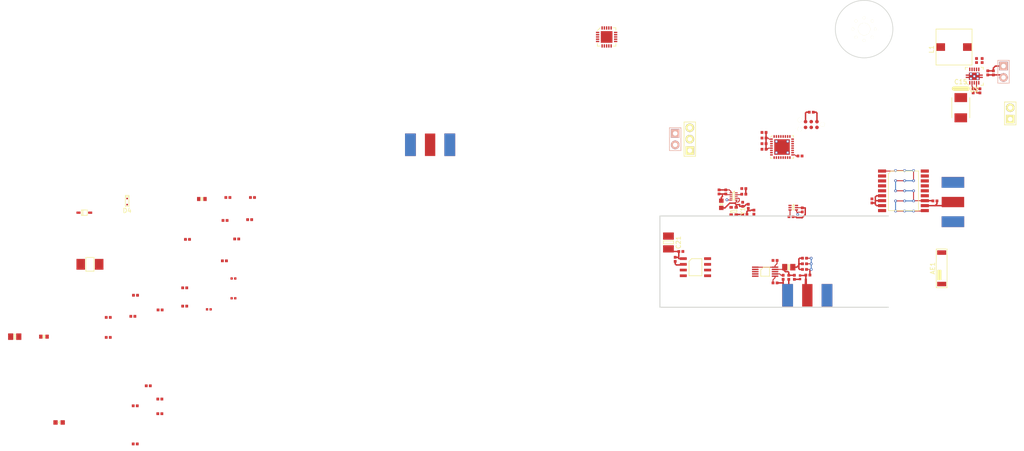
<source format=kicad_pcb>
(kicad_pcb (version 20171130) (host pcbnew 5.0.0-rc2-unknown-0e3be57~65~ubuntu18.04.1)
  (layers (0 F.Cu signal) (31 B.Cu signal) (34 B.Paste user) (35 F.Paste user) (36 B.SilkS user) (37 F.SilkS user) (38 B.Mask user hide) (39 F.Mask user hide) (44 Edge.Cuts user))
  (net 0 "")
  (net 1 "Net-(AE1-Pad1)")
  (net 2 "Net-(AE1-Pad2)")
  (net 3 GND)
  (net 4 3v3)
  (net 5 "Net-(C2-Pad1)")
  (net 6 "Net-(C2-Pad2)")
  (net 7 "Net-(C3-Pad2)")
  (net 8 /NRST)
  (net 9 "Net-(C12-Pad1)")
  (net 10 "Net-(C22-Pad2)")
  (net 11 "Net-(C22-Pad1)")
  (net 12 "Net-(C23-Pad1)")
  (net 13 "Net-(C24-Pad1)")
  (net 14 /radio/RADIO_RXp)
  (net 15 /radio/RADIO_TX)
  (net 16 "Net-(C28-Pad2)")
  (net 17 /radio/RADIO_RXn)
  (net 18 "Net-(C29-Pad2)")
  (net 19 "Net-(C31-Pad1)")
  (net 20 "Net-(C32-Pad2)")
  (net 21 "Net-(C33-Pad1)")
  (net 22 "Net-(C34-Pad2)")
  (net 23 "Net-(C35-Pad1)")
  (net 24 "Net-(C36-Pad1)")
  (net 25 "Net-(D1-Pad2)")
  (net 26 "Net-(IC1-Pad4)")
  (net 27 /MCU_CLK)
  (net 28 "Net-(IC1-Pad9)")
  (net 29 "Net-(IC1-Pad10)")
  (net 30 /RX_GPS_from_MCU)
  (net 31 /TX_GPS_from_MCU)
  (net 32 "Net-(IC2-Pad4)")
  (net 33 "Net-(IC2-Pad5)")
  (net 34 /GPS_~RESET)
  (net 35 "Net-(IC2-Pad13)")
  (net 36 "Net-(IC2-Pad14)")
  (net 37 "Net-(IC2-Pad15)")
  (net 38 "Net-(IC2-Pad16)")
  (net 39 "Net-(IC2-Pad17)")
  (net 40 "Net-(IC2-Pad18)")
  (net 41 /MCU_SHUTDOWN_TO_RADIO)
  (net 42 "Net-(IC3-Pad5)")
  (net 43 "Net-(IC3-Pad7)")
  (net 44 "Net-(IC3-Pad9)")
  (net 45 "Net-(IC3-Pad10)")
  (net 46 /MCU_nIRQ_TO_RADIO)
  (net 47 /MCU_SCK)
  (net 48 /MCU_MISO)
  (net 49 /MCU_MOSI)
  (net 50 /SI4460_NSS)
  (net 51 "Net-(IC3-Pad16)")
  (net 52 /SI4460_CLK)
  (net 53 "Net-(IC3-Pad19)")
  (net 54 "Net-(IC3-Pad20)")
  (net 55 /I2C_SCL)
  (net 56 /I2C_SDA)
  (net 57 /WSPR_ENABLE)
  (net 58 /SOLAR_CELL_VOLTAGE)
  (net 59 "Net-(L1-Pad2)")
  (net 60 /SWDIO)
  (net 61 /SWCLK)
  (net 62 "Net-(P1-Pad6)")
  (net 63 "Net-(R6-Pad1)")
  (net 64 "Net-(R10-Pad2)")
  (net 65 /LOW_BATT)
  (net 66 /DAC_NCS)
  (net 67 /radio/COARSE)
  (net 68 /radio/FINE)
  (net 69 /TMP_ALERT)
  (net 70 "Net-(R17-Pad1)")
  (net 71 /MICRF_EN)
  (net 72 "Net-(U1-Pad3)")
  (net 73 "Net-(U1-Pad16)")
  (net 74 "Net-(U1-Pad21)")
  (net 75 "Net-(U1-Pad22)")
  (net 76 "Net-(U1-Pad25)")
  (net 77 "Net-(U1-Pad26)")
  (net 78 "Net-(U2-Pad3)")
  (net 79 "Net-(U5-Pad5)")
  (net 80 "Net-(Y1-Pad1)")
  (module agg:0402 (layer F.Cu) (at 97.5 75.5 180)
    (fp_text reference D2)
    (fp_text value ESD_DIODE)
    (pad 1 smd rect (at -0.45 0 180) (size 0.62 0.62) (layers F.Cu F.Paste F.Mask) (net 2 "Net-(AE1-Pad2)"))
    (pad 2 smd rect (at 0.45 0 180) (size 0.62 0.62) (layers F.Cu F.Paste F.Mask) (net 3 GND))
  )
  (module Jerboa:1575AT43A0040E (layer F.Cu) (at 99 90.5 270)
    (fp_text reference AE1 (at 0 2 270) (layer F.SilkS))
    (fp_text value Antenna_Chip)
    (pad 1 smd rect (at -3.5 0 270) (size 1 2) (layers F.Cu F.Paste F.Mask) (net 1 "Net-(AE1-Pad1)"))
    (pad 2 smd rect (at 3.5 0 270) (size 1 2) (layers F.Cu F.Paste F.Mask) (net 2 "Net-(AE1-Pad2)"))
  )
  (module agg:0402 (layer F.Cu) (at 54.75 76.25 270)
    (fp_text reference C1)
    (fp_text value 100nF)
    (pad 1 smd rect (at -0.45 0 270) (size 0.62 0.62) (layers F.Cu F.Paste F.Mask) (net 3 GND))
    (pad 2 smd rect (at 0.45 0 270) (size 0.62 0.62) (layers F.Cu F.Paste F.Mask) (net 4 3v3))
  )
  (module agg:0402 (layer F.Cu) (at 55.25 78.5)
    (fp_text reference C2)
    (fp_text value 22nF)
    (pad 1 smd rect (at -0.45 0) (size 0.62 0.62) (layers F.Cu F.Paste F.Mask) (net 5 "Net-(C2-Pad1)"))
    (pad 2 smd rect (at 0.45 0) (size 0.62 0.62) (layers F.Cu F.Paste F.Mask) (net 6 "Net-(C2-Pad2)"))
  )
  (module agg:0402 (layer F.Cu) (at 49.5 73.5 270)
    (fp_text reference C3)
    (fp_text value 10uF)
    (pad 2 smd rect (at 0.45 0 270) (size 0.62 0.62) (layers F.Cu F.Paste F.Mask) (net 7 "Net-(C3-Pad2)"))
    (pad 1 smd rect (at -0.45 0 270) (size 0.62 0.62) (layers F.Cu F.Paste F.Mask) (net 3 GND))
  )
  (module agg:0402 (layer F.Cu) (at 51 73.5 270)
    (fp_text reference C4)
    (fp_text value 100nF)
    (pad 1 smd rect (at -0.45 0 270) (size 0.62 0.62) (layers F.Cu F.Paste F.Mask) (net 3 GND))
    (pad 2 smd rect (at 0.45 0 270) (size 0.62 0.62) (layers F.Cu F.Paste F.Mask) (net 7 "Net-(C3-Pad2)"))
  )
  (module agg:0402 (layer F.Cu) (at 59.5 61.5)
    (fp_text reference C5)
    (fp_text value 10uF)
    (pad 1 smd rect (at -0.45 0) (size 0.62 0.62) (layers F.Cu F.Paste F.Mask) (net 3 GND))
    (pad 2 smd rect (at 0.45 0) (size 0.62 0.62) (layers F.Cu F.Paste F.Mask) (net 4 3v3))
  )
  (module agg:0402 (layer F.Cu) (at 67.5 65.5 180)
    (fp_text reference C6)
    (fp_text value 100nF)
    (pad 1 smd rect (at -0.45 0 180) (size 0.62 0.62) (layers F.Cu F.Paste F.Mask) (net 3 GND))
    (pad 2 smd rect (at 0.45 0 180) (size 0.62 0.62) (layers F.Cu F.Paste F.Mask) (net 4 3v3))
  )
  (module agg:0402 (layer F.Cu) (at 59.5 60.25)
    (fp_text reference C7)
    (fp_text value 1uF)
    (pad 1 smd rect (at -0.45 0) (size 0.62 0.62) (layers F.Cu F.Paste F.Mask) (net 3 GND))
    (pad 2 smd rect (at 0.45 0) (size 0.62 0.62) (layers F.Cu F.Paste F.Mask) (net 4 3v3))
  )
  (module agg:0402 (layer F.Cu) (at 59.5 62.75)
    (fp_text reference C8)
    (fp_text value 100nF)
    (pad 2 smd rect (at 0.45 0) (size 0.62 0.62) (layers F.Cu F.Paste F.Mask) (net 4 3v3))
    (pad 1 smd rect (at -0.45 0) (size 0.62 0.62) (layers F.Cu F.Paste F.Mask) (net 3 GND))
  )
  (module agg:0402 (layer F.Cu) (at 59.5 64)
    (fp_text reference C9)
    (fp_text value 100nF)
    (pad 2 smd rect (at 0.45 0) (size 0.62 0.62) (layers F.Cu F.Paste F.Mask) (net 4 3v3))
    (pad 1 smd rect (at -0.45 0) (size 0.62 0.62) (layers F.Cu F.Paste F.Mask) (net 3 GND))
  )
  (module agg:0402 (layer F.Cu) (at -80.3125 121.104524)
    (fp_text reference C10)
    (fp_text value 100nF)
    (pad 1 smd rect (at -0.45 0) (size 0.62 0.62) (layers F.Cu F.Paste F.Mask) (net 8 /NRST))
    (pad 2 smd rect (at 0.45 0) (size 0.62 0.62) (layers F.Cu F.Paste F.Mask) (net 3 GND))
  )
  (module agg:0402 (layer F.Cu) (at 70 55.75)
    (fp_text reference C11)
    (fp_text value 100nF)
    (pad 2 smd rect (at 0.45 0) (size 0.62 0.62) (layers F.Cu F.Paste F.Mask) (net 4 3v3))
    (pad 1 smd rect (at -0.45 0) (size 0.62 0.62) (layers F.Cu F.Paste F.Mask) (net 3 GND))
  )
  (module agg:0402 (layer F.Cu) (at 110.5 47 270)
    (fp_text reference C12)
    (fp_text value 10uF)
    (pad 1 smd rect (at -0.45 0 270) (size 0.62 0.62) (layers F.Cu F.Paste F.Mask) (net 9 "Net-(C12-Pad1)"))
    (pad 2 smd rect (at 0.45 0 270) (size 0.62 0.62) (layers F.Cu F.Paste F.Mask) (net 3 GND))
  )
  (module agg:0402 (layer F.Cu) (at 109.25 47 270)
    (fp_text reference C13)
    (fp_text value 100nF)
    (pad 2 smd rect (at 0.45 0 270) (size 0.62 0.62) (layers F.Cu F.Paste F.Mask) (net 3 GND))
    (pad 1 smd rect (at -0.45 0 270) (size 0.62 0.62) (layers F.Cu F.Paste F.Mask) (net 9 "Net-(C12-Pad1)"))
  )
  (module agg:0402 (layer F.Cu) (at 106 51 270)
    (fp_text reference C14)
    (fp_text value 2.2uF)
    (pad 1 smd rect (at -0.45 0 270) (size 0.62 0.62) (layers F.Cu F.Paste F.Mask) (net 4 3v3))
    (pad 2 smd rect (at 0.45 0 270) (size 0.62 0.62) (layers F.Cu F.Paste F.Mask) (net 3 GND))
  )
  (module Jerboa:avx_2312 (layer F.Cu) (at 103.25 52.5)
    (fp_text reference C15 (at 0 -3.5) (layer F.SilkS))
    (fp_text value 100uF)
    (pad 2 smd rect (at 0 0) (size 2.8 2) (layers F.Cu F.Paste F.Mask) (net 4 3v3))
    (pad 1 smd rect (at 0 4.5) (size 2.8 2) (layers F.Cu F.Paste F.Mask) (net 3 GND))
  )
  (module agg:0402 (layer F.Cu) (at 83.5 75.5 90)
    (fp_text reference C16)
    (fp_text value 100nF)
    (pad 2 smd rect (at 0.45 0 90) (size 0.62 0.62) (layers F.Cu F.Paste F.Mask) (net 3 GND))
    (pad 1 smd rect (at -0.45 0 90) (size 0.62 0.62) (layers F.Cu F.Paste F.Mask) (net 4 3v3))
  )
  (module agg:0402 (layer F.Cu) (at -54.8725 79.664524)
    (fp_text reference C17)
    (fp_text value 100pF)
    (pad 2 smd rect (at 0.45 0) (size 0.62 0.62) (layers F.Cu F.Paste F.Mask) (net 4 3v3))
    (pad 1 smd rect (at -0.45 0) (size 0.62 0.62) (layers F.Cu F.Paste F.Mask) (net 3 GND))
  )
  (module agg:0402 (layer F.Cu) (at -74.7825 99.764524)
    (fp_text reference C18)
    (fp_text value 100nF)
    (pad 2 smd rect (at 0.45 0) (size 0.62 0.62) (layers F.Cu F.Paste F.Mask) (net 4 3v3))
    (pad 1 smd rect (at -0.45 0) (size 0.62 0.62) (layers F.Cu F.Paste F.Mask) (net 3 GND))
  )
  (module agg:0402 (layer F.Cu) (at -57.7525 83.967381)
    (fp_text reference C19)
    (fp_text value 1uF)
    (pad 2 smd rect (at 0.45 0) (size 0.62 0.62) (layers F.Cu F.Paste F.Mask) (net 4 3v3))
    (pad 1 smd rect (at -0.45 0) (size 0.62 0.62) (layers F.Cu F.Paste F.Mask) (net 3 GND))
  )
  (module agg:0402 (layer F.Cu) (at 41 86.75)
    (fp_text reference C20)
    (fp_text value 100nF)
    (pad 1 smd rect (at -0.45 0) (size 0.62 0.62) (layers F.Cu F.Paste F.Mask) (net 4 3v3))
    (pad 2 smd rect (at 0.45 0) (size 0.62 0.62) (layers F.Cu F.Paste F.Mask) (net 3 GND))
  )
  (module Jerboa:1411 (layer F.Cu) (at 38.25 84.75 90)
    (fp_text reference C21 (at 0 2.225 90) (layer F.SilkS))
    (fp_text value 10uF)
    (pad 1 smd rect (at -1.425 0 90) (size 1.6 2.4) (layers F.Cu F.Paste F.Mask) (net 4 3v3))
    (pad 2 smd rect (at 1.425 0 90) (size 1.6 2.4) (layers F.Cu F.Paste F.Mask) (net 3 GND))
  )
  (module agg:0402 (layer F.Cu) (at -80.8425 101.188334)
    (fp_text reference C22)
    (fp_text value 36pF)
    (pad 2 smd rect (at 0.45 0) (size 0.62 0.62) (layers F.Cu F.Paste F.Mask) (net 10 "Net-(C22-Pad2)"))
    (pad 1 smd rect (at -0.45 0) (size 0.62 0.62) (layers F.Cu F.Paste F.Mask) (net 11 "Net-(C22-Pad1)"))
  )
  (module agg:0402 (layer F.Cu) (at -60.3425 79.848334)
    (fp_text reference C23)
    (fp_text value 12pF)
    (pad 1 smd rect (at -0.45 0) (size 0.62 0.62) (layers F.Cu F.Paste F.Mask) (net 12 "Net-(C23-Pad1)"))
    (pad 2 smd rect (at 0.45 0) (size 0.62 0.62) (layers F.Cu F.Paste F.Mask) (net 10 "Net-(C22-Pad2)"))
  )
  (module agg:0402 (layer F.Cu) (at -68.6925 84.058334)
    (fp_text reference C24)
    (fp_text value 18pF)
    (pad 2 smd rect (at 0.45 0) (size 0.62 0.62) (layers F.Cu F.Paste F.Mask) (net 3 GND))
    (pad 1 smd rect (at -0.45 0) (size 0.62 0.62) (layers F.Cu F.Paste F.Mask) (net 13 "Net-(C24-Pad1)"))
  )
  (module agg:0402 (layer F.Cu) (at 68 77.5 270)
    (fp_text reference C25)
    (fp_text value 10nF)
    (pad 2 smd rect (at 0.45 0 270) (size 0.62 0.62) (layers F.Cu F.Paste F.Mask) (net 3 GND))
    (pad 1 smd rect (at -0.45 0 270) (size 0.62 0.62) (layers F.Cu F.Paste F.Mask) (net 4 3v3))
  )
  (module agg:0402 (layer F.Cu) (at -59.7125 74.736429)
    (fp_text reference C26)
    (fp_text value 3.9pF)
    (pad 2 smd rect (at 0.45 0) (size 0.62 0.62) (layers F.Cu F.Paste F.Mask) (net 3 GND))
    (pad 1 smd rect (at -0.45 0) (size 0.62 0.62) (layers F.Cu F.Paste F.Mask) (net 14 /radio/RADIO_RXp))
  )
  (module agg:0402 (layer F.Cu) (at 61.95 88.75)
    (fp_text reference C27)
    (fp_text value 100nF)
    (pad 2 smd rect (at 0.45 0) (size 0.62 0.62) (layers F.Cu F.Paste F.Mask) (net 4 3v3))
    (pad 1 smd rect (at -0.45 0) (size 0.62 0.62) (layers F.Cu F.Paste F.Mask) (net 3 GND))
  )
  (module agg:0402 (layer F.Cu) (at -86.3125 105.878334)
    (fp_text reference C28)
    (fp_text value 15pF)
    (pad 1 smd rect (at -0.45 0) (size 0.62 0.62) (layers F.Cu F.Paste F.Mask) (net 15 /radio/RADIO_TX))
    (pad 2 smd rect (at 0.45 0) (size 0.62 0.62) (layers F.Cu F.Paste F.Mask) (net 16 "Net-(C28-Pad2)"))
  )
  (module agg:0402 (layer F.Cu) (at -69.3125 94.846429)
    (fp_text reference C29)
    (fp_text value 2.2pF)
    (pad 1 smd rect (at -0.45 0) (size 0.62 0.62) (layers F.Cu F.Paste F.Mask) (net 17 /radio/RADIO_RXn))
    (pad 2 smd rect (at 0.45 0) (size 0.62 0.62) (layers F.Cu F.Paste F.Mask) (net 18 "Net-(C29-Pad2)"))
  )
  (module agg:0402 (layer F.Cu) (at -86.3125 101.426429)
    (fp_text reference C30)
    (fp_text value 8.2pF)
    (pad 1 smd rect (at -0.45 0) (size 0.62 0.62) (layers F.Cu F.Paste F.Mask) (net 18 "Net-(C29-Pad2)"))
    (pad 2 smd rect (at 0.45 0) (size 0.62 0.62) (layers F.Cu F.Paste F.Mask) (net 3 GND))
  )
  (module agg:0402 (layer F.Cu) (at -80.2525 96.498334)
    (fp_text reference C31)
    (fp_text value 15pF)
    (pad 1 smd rect (at -0.45 0) (size 0.62 0.62) (layers F.Cu F.Paste F.Mask) (net 19 "Net-(C31-Pad1)"))
    (pad 2 smd rect (at 0.45 0) (size 0.62 0.62) (layers F.Cu F.Paste F.Mask) (net 3 GND))
  )
  (module agg:0402 (layer F.Cu) (at 65 92.5 90)
    (fp_text reference C32)
    (fp_text value 1.2pF)
    (pad 2 smd rect (at 0.45 0 90) (size 0.62 0.62) (layers F.Cu F.Paste F.Mask) (net 20 "Net-(C32-Pad2)"))
    (pad 1 smd rect (at -0.45 0 90) (size 0.62 0.62) (layers F.Cu F.Paste F.Mask) (net 3 GND))
  )
  (module agg:0402 (layer F.Cu) (at -54.2425 74.736429)
    (fp_text reference C33)
    (fp_text value 6.8pF)
    (pad 2 smd rect (at 0.45 0) (size 0.62 0.62) (layers F.Cu F.Paste F.Mask) (net 3 GND))
    (pad 1 smd rect (at -0.45 0) (size 0.62 0.62) (layers F.Cu F.Paste F.Mask) (net 21 "Net-(C33-Pad1)"))
  )
  (module agg:0402 (layer F.Cu) (at 66.25 92.5 270)
    (fp_text reference C34)
    (fp_text value 2.2pF)
    (pad 2 smd rect (at 0.45 0 270) (size 0.62 0.62) (layers F.Cu F.Paste F.Mask) (net 22 "Net-(C34-Pad2)"))
    (pad 1 smd rect (at -0.45 0 270) (size 0.62 0.62) (layers F.Cu F.Paste F.Mask) (net 20 "Net-(C32-Pad2)"))
  )
  (module agg:0402 (layer F.Cu) (at 68.5 90.75)
    (fp_text reference C35)
    (fp_text value 100nF)
    (pad 1 smd rect (at -0.45 0) (size 0.62 0.62) (layers F.Cu F.Paste F.Mask) (net 23 "Net-(C35-Pad1)"))
    (pad 2 smd rect (at 0.45 0) (size 0.62 0.62) (layers F.Cu F.Paste F.Mask) (net 3 GND))
  )
  (module agg:0402 (layer F.Cu) (at 69.25 92)
    (fp_text reference C36)
    (fp_text value 6.8pF)
    (pad 1 smd rect (at -0.45 0) (size 0.62 0.62) (layers F.Cu F.Paste F.Mask) (net 24 "Net-(C36-Pad1)"))
    (pad 2 smd rect (at 0.45 0) (size 0.62 0.62) (layers F.Cu F.Paste F.Mask) (net 3 GND))
  )
  (module agg:0402 (layer F.Cu) (at 68.5 89.5)
    (fp_text reference C37)
    (fp_text value 100nF)
    (pad 1 smd rect (at -0.45 0) (size 0.62 0.62) (layers F.Cu F.Paste F.Mask) (net 23 "Net-(C35-Pad1)"))
    (pad 2 smd rect (at 0.45 0) (size 0.62 0.62) (layers F.Cu F.Paste F.Mask) (net 3 GND))
  )
  (module agg:0402 (layer F.Cu) (at 68.5 88.25)
    (fp_text reference C38)
    (fp_text value 100nF)
    (pad 1 smd rect (at -0.45 0) (size 0.62 0.62) (layers F.Cu F.Paste F.Mask) (net 23 "Net-(C35-Pad1)"))
    (pad 2 smd rect (at 0.45 0) (size 0.62 0.62) (layers F.Cu F.Paste F.Mask) (net 3 GND))
  )
  (module agg:0603-LED (layer F.Cu) (at -97.2375 124.811667)
    (fp_text reference D1)
    (fp_text value LED_GREEN)
    (pad 1 smd rect (at -0.8 0) (size 0.95 1) (layers F.Cu F.Paste F.Mask) (net 3 GND))
    (pad 2 smd rect (at 0.8 0) (size 0.95 1) (layers F.Cu F.Paste F.Mask) (net 25 "Net-(D1-Pad2)"))
  )
  (module agg:SOD-323 (layer F.Cu) (at -91.6325 78.117381)
    (fp_text reference D3)
    (fp_text value D_Capacitance)
    (pad 1 smd rect (at -1.3 0) (size 0.9 0.5) (layers F.Cu F.Paste F.Mask) (net 11 "Net-(C22-Pad1)"))
    (pad 2 smd rect (at 1.3 0) (size 0.9 0.5) (layers F.Cu F.Paste F.Mask) (net 3 GND))
  )
  (module Jerboa:SC-79 (layer F.Cu) (at -82.112619 75.6475)
    (fp_text reference D4 (at 0 2) (layer F.SilkS))
    (fp_text value D_Capacitance)
    (pad 1 smd rect (at 0 -0.675) (size 0.35 0.35) (layers F.Cu F.Paste F.Mask) (net 12 "Net-(C23-Pad1)"))
    (pad 2 smd rect (at 0 0.675) (size 0.35 0.35) (layers F.Cu F.Paste F.Mask) (net 3 GND))
  )
  (module agg:DFN-10-SL18860DC (layer F.Cu) (at 52.75 74.5)
    (fp_text reference IC1)
    (fp_text value SL18860DC)
    (pad 1 smd rect (at -0.6 -0.8) (size 0.6 0.2) (layers F.Cu F.Paste F.Mask) (net 3 GND))
    (pad 2 smd rect (at -0.6 -0.4) (size 0.6 0.2) (layers F.Cu F.Paste F.Mask) (net 7 "Net-(C3-Pad2)"))
    (pad 3 smd rect (at -0.6 0) (size 0.6 0.2) (layers F.Cu F.Paste F.Mask) (net 6 "Net-(C2-Pad2)"))
    (pad 4 smd rect (at -0.6 0.4) (size 0.6 0.2) (layers F.Cu F.Paste F.Mask) (net 26 "Net-(IC1-Pad4)"))
    (pad 5 smd rect (at -0.6 0.8) (size 0.6 0.2) (layers F.Cu F.Paste F.Mask) (net 3 GND))
    (pad 6 smd rect (at 0.6 0.8) (size 0.6 0.2) (layers F.Cu F.Paste F.Mask) (net 4 3v3))
    (pad 7 smd rect (at 0.6 0.4) (size 0.6 0.2) (layers F.Cu F.Paste F.Mask) (net 4 3v3))
    (pad 8 smd rect (at 0.6 0) (size 0.6 0.2) (layers F.Cu F.Paste F.Mask) (net 27 /MCU_CLK))
    (pad 9 smd rect (at 0.6 -0.4) (size 0.6 0.2) (layers F.Cu F.Paste F.Mask) (net 28 "Net-(IC1-Pad9)"))
    (pad 10 smd rect (at 0.6 -0.8) (size 0.6 0.2) (layers F.Cu F.Paste F.Mask) (net 29 "Net-(IC1-Pad10)"))
  )
  (module agg:MAX-M8Q (layer F.Cu) (at 90.5 73.25)
    (fp_text reference IC2)
    (fp_text value MAX-M8Q)
    (pad 1 smd rect (at -4.75 -4.4) (size 1.8 0.7) (layers F.Cu F.Paste F.Mask) (net 3 GND))
    (pad 2 smd rect (at -4.75 -3.3) (size 1.8 0.7) (layers F.Cu F.Paste F.Mask) (net 30 /RX_GPS_from_MCU))
    (pad 3 smd rect (at -4.75 -2.2) (size 1.8 0.7) (layers F.Cu F.Paste F.Mask) (net 31 /TX_GPS_from_MCU))
    (pad 4 smd rect (at -4.75 -1.1) (size 1.8 0.7) (layers F.Cu F.Paste F.Mask) (net 32 "Net-(IC2-Pad4)"))
    (pad 5 smd rect (at -4.75 0) (size 1.8 0.7) (layers F.Cu F.Paste F.Mask) (net 33 "Net-(IC2-Pad5)"))
    (pad 6 smd rect (at -4.75 1.1) (size 1.8 0.7) (layers F.Cu F.Paste F.Mask) (net 4 3v3))
    (pad 7 smd rect (at -4.75 2.2) (size 1.8 0.7) (layers F.Cu F.Paste F.Mask) (net 4 3v3))
    (pad 8 smd rect (at -4.75 3.3) (size 1.8 0.7) (layers F.Cu F.Paste F.Mask) (net 4 3v3))
    (pad 9 smd rect (at -4.75 4.4) (size 1.8 0.7) (layers F.Cu F.Paste F.Mask) (net 34 /GPS_~RESET))
    (pad 10 smd rect (at 4.75 4.4) (size 1.8 0.7) (layers F.Cu F.Paste F.Mask) (net 3 GND))
    (pad 11 smd rect (at 4.75 3.3) (size 1.8 0.7) (layers F.Cu F.Paste F.Mask) (net 2 "Net-(AE1-Pad2)"))
    (pad 12 smd rect (at 4.75 2.2) (size 1.8 0.7) (layers F.Cu F.Paste F.Mask) (net 3 GND))
    (pad 13 smd rect (at 4.75 1.1) (size 1.8 0.7) (layers F.Cu F.Paste F.Mask) (net 35 "Net-(IC2-Pad13)"))
    (pad 14 smd rect (at 4.75 0) (size 1.8 0.7) (layers F.Cu F.Paste F.Mask) (net 36 "Net-(IC2-Pad14)"))
    (pad 15 smd rect (at 4.75 -1.1) (size 1.8 0.7) (layers F.Cu F.Paste F.Mask) (net 37 "Net-(IC2-Pad15)"))
    (pad 16 smd rect (at 4.75 -2.2) (size 1.8 0.7) (layers F.Cu F.Paste F.Mask) (net 38 "Net-(IC2-Pad16)"))
    (pad 17 smd rect (at 4.75 -3.3) (size 1.8 0.7) (layers F.Cu F.Paste F.Mask) (net 39 "Net-(IC2-Pad17)"))
    (pad 18 smd rect (at 4.75 -4.4) (size 1.8 0.7) (layers F.Cu F.Paste F.Mask) (net 40 "Net-(IC2-Pad18)"))
  )
  (module agg:QFN-20-EP-SI (layer F.Cu) (at 24.5 39)
    (fp_text reference IC3)
    (fp_text value Si4460)
    (pad 1 smd rect (at -2 -1) (size 0.75 0.3) (layers F.Cu F.Paste F.Mask) (net 41 /MCU_SHUTDOWN_TO_RADIO))
    (pad 2 smd rect (at -2 -0.5) (size 0.75 0.3) (layers F.Cu F.Paste F.Mask) (net 14 /radio/RADIO_RXp))
    (pad 3 smd rect (at -2 0) (size 0.75 0.3) (layers F.Cu F.Paste F.Mask) (net 17 /radio/RADIO_RXn))
    (pad 4 smd rect (at -2 0.5) (size 0.75 0.3) (layers F.Cu F.Paste F.Mask) (net 15 /radio/RADIO_TX))
    (pad 5 smd rect (at -2 1) (size 0.75 0.3) (layers F.Cu F.Paste F.Mask) (net 42 "Net-(IC3-Pad5)"))
    (pad 6 smd rect (at -1 2) (size 0.3 0.75) (layers F.Cu F.Paste F.Mask) (net 4 3v3))
    (pad 7 smd rect (at -0.5 2) (size 0.3 0.75) (layers F.Cu F.Paste F.Mask) (net 43 "Net-(IC3-Pad7)"))
    (pad 8 smd rect (at 0 2) (size 0.3 0.75) (layers F.Cu F.Paste F.Mask) (net 4 3v3))
    (pad 9 smd rect (at 0.5 2) (size 0.3 0.75) (layers F.Cu F.Paste F.Mask) (net 44 "Net-(IC3-Pad9)"))
    (pad 10 smd rect (at 1 2) (size 0.3 0.75) (layers F.Cu F.Paste F.Mask) (net 45 "Net-(IC3-Pad10)"))
    (pad 11 smd rect (at 2 1) (size 0.75 0.3) (layers F.Cu F.Paste F.Mask) (net 46 /MCU_nIRQ_TO_RADIO))
    (pad 12 smd rect (at 2 0.5) (size 0.75 0.3) (layers F.Cu F.Paste F.Mask) (net 47 /MCU_SCK))
    (pad 13 smd rect (at 2 0) (size 0.75 0.3) (layers F.Cu F.Paste F.Mask) (net 48 /MCU_MISO))
    (pad 14 smd rect (at 2 -0.5) (size 0.75 0.3) (layers F.Cu F.Paste F.Mask) (net 49 /MCU_MOSI))
    (pad 15 smd rect (at 2 -1) (size 0.75 0.3) (layers F.Cu F.Paste F.Mask) (net 50 /SI4460_NSS))
    (pad 16 smd rect (at 1 -2) (size 0.3 0.75) (layers F.Cu F.Paste F.Mask) (net 51 "Net-(IC3-Pad16)"))
    (pad 17 smd rect (at 0.5 -2) (size 0.3 0.75) (layers F.Cu F.Paste F.Mask) (net 52 /SI4460_CLK))
    (pad 18 smd rect (at 0 -2) (size 0.3 0.75) (layers F.Cu F.Paste F.Mask) (net 3 GND))
    (pad 19 smd rect (at -0.5 -2) (size 0.3 0.75) (layers F.Cu F.Paste F.Mask) (net 53 "Net-(IC3-Pad19)"))
    (pad 20 smd rect (at -1 -2) (size 0.3 0.75) (layers F.Cu F.Paste F.Mask) (net 54 "Net-(IC3-Pad20)"))
    (pad EP smd rect (at 0 0) (size 2.6 2.6) (layers F.Cu F.Mask) (net 3 GND))
  )
  (module agg:SIL-254P-02 (layer F.Cu) (at 114.25 56.02 90)
    (fp_text reference J1)
    (fp_text value CONN_01x02)
    (pad 1 thru_hole rect (at -1.27 0 90) (size 1.9 1.9) (drill 1) (layers *.Cu *.Mask F.SilkS) (net 4 3v3))
    (pad 2 thru_hole circle (at 1.27 0 90) (size 1.9 1.9) (drill 1) (layers *.Cu *.Mask F.SilkS) (net 3 GND))
  )
  (module agg:SIL-254P-03 (layer F.Cu) (at 43 61.75 90)
    (fp_text reference J2)
    (fp_text value CONN_01x03)
    (pad 1 thru_hole rect (at -2.54 0 90) (size 1.9 1.9) (drill 1) (layers *.Cu *.Mask F.SilkS) (net 55 /I2C_SCL))
    (pad 2 thru_hole circle (at 0 0 90) (size 1.9 1.9) (drill 1) (layers *.Cu *.Mask F.SilkS) (net 56 /I2C_SDA))
    (pad 3 thru_hole circle (at 2.54 0 90) (size 1.9 1.9) (drill 1) (layers *.Cu *.Mask F.SilkS) (net 57 /WSPR_ENABLE))
  )
  (module agg:SIL-254P-02 (layer B.Cu) (at 112.75 46.75 270)
    (fp_text reference J3)
    (fp_text value CONN_01x02)
    (pad 1 thru_hole rect (at -1.27 0 270) (size 1.9 1.9) (drill 1) (layers *.Cu *.Mask B.SilkS) (net 9 "Net-(C12-Pad1)"))
    (pad 2 thru_hole circle (at 1.27 0 270) (size 1.9 1.9) (drill 1) (layers *.Cu *.Mask B.SilkS) (net 3 GND))
  )
  (module agg:SIL-254P-02 (layer B.Cu) (at 39.75 61.75 270)
    (fp_text reference J4)
    (fp_text value CONN_01x02)
    (pad 2 thru_hole circle (at 1.27 0 270) (size 1.9 1.9) (drill 1) (layers *.Cu *.Mask B.SilkS) (net 3 GND))
    (pad 1 thru_hole rect (at -1.27 0 270) (size 1.9 1.9) (drill 1) (layers *.Cu *.Mask B.SilkS) (net 58 /SOLAR_CELL_VOLTAGE))
  )
  (module Jerboa:wurth_7447789006 (layer F.Cu) (at 104.75 41.25 270)
    (fp_text reference L1 (at 0.5 8 270) (layer F.SilkS))
    (fp_text value 6.8uH)
    (pad 1 smd rect (at 0 0 270) (size 1.7 2) (layers F.Cu F.Paste F.Mask) (net 9 "Net-(C12-Pad1)"))
    (pad 2 smd rect (at 0 6 270) (size 1.7 2) (layers F.Cu F.Paste F.Mask) (net 59 "Net-(L1-Pad2)"))
  )
  (module agg:0805 (layer F.Cu) (at -107.1075 105.713572)
    (fp_text reference L2)
    (fp_text value 56nH)
    (pad 1 smd rect (at -0.9 0) (size 1.15 1.45) (layers F.Cu F.Paste F.Mask) (net 17 /radio/RADIO_RXn))
    (pad 2 smd rect (at 0.9 0) (size 1.15 1.45) (layers F.Cu F.Paste F.Mask) (net 14 /radio/RADIO_RXp))
  )
  (module agg:0603-L (layer F.Cu) (at -65.4975 75.069762)
    (fp_text reference L3)
    (fp_text value 220nH)
    (pad 1 smd rect (at -0.7 0) (size 0.75 0.9) (layers F.Cu F.Paste F.Mask) (net 4 3v3))
    (pad 2 smd rect (at 0.7 0) (size 0.75 0.9) (layers F.Cu F.Paste F.Mask) (net 15 /radio/RADIO_TX))
  )
  (module agg:0402-L (layer F.Cu) (at -58.4725 97.163572)
    (fp_text reference L4)
    (fp_text value 51nH)
    (pad 2 smd rect (at 0.4 0) (size 0.52 0.52) (layers F.Cu F.Paste F.Mask) (net 18 "Net-(C29-Pad2)"))
    (pad 1 smd rect (at -0.4 0) (size 0.52 0.52) (layers F.Cu F.Paste F.Mask) (net 14 /radio/RADIO_RXp))
  )
  (module agg:0603-L (layer F.Cu) (at -100.6075 105.713572)
    (fp_text reference L5)
    (fp_text value 39nH)
    (pad 2 smd rect (at 0.7 0) (size 0.75 0.9) (layers F.Cu F.Paste F.Mask) (net 18 "Net-(C29-Pad2)"))
    (pad 1 smd rect (at -0.7 0) (size 0.75 0.9) (layers F.Cu F.Paste F.Mask) (net 16 "Net-(C28-Pad2)"))
  )
  (module agg:0402-L (layer F.Cu) (at -58.4725 92.763572)
    (fp_text reference L6)
    (fp_text value 18nH)
    (pad 1 smd rect (at -0.4 0) (size 0.52 0.52) (layers F.Cu F.Paste F.Mask) (net 18 "Net-(C29-Pad2)"))
    (pad 2 smd rect (at 0.4 0) (size 0.52 0.52) (layers F.Cu F.Paste F.Mask) (net 19 "Net-(C31-Pad1)"))
  )
  (module agg:0402-L (layer F.Cu) (at -63.9425 99.633572)
    (fp_text reference L7)
    (fp_text value 18nH)
    (pad 1 smd rect (at -0.4 0) (size 0.52 0.52) (layers F.Cu F.Paste F.Mask) (net 19 "Net-(C31-Pad1)"))
    (pad 2 smd rect (at 0.4 0) (size 0.52 0.52) (layers F.Cu F.Paste F.Mask) (net 21 "Net-(C33-Pad1)"))
  )
  (module agg:0805 (layer F.Cu) (at 65 90.25 180)
    (fp_text reference L8)
    (fp_text value 680nH)
    (pad 2 smd rect (at 0.9 0 180) (size 1.15 1.45) (layers F.Cu F.Paste F.Mask) (net 20 "Net-(C32-Pad2)"))
    (pad 1 smd rect (at -0.9 0 180) (size 1.15 1.45) (layers F.Cu F.Paste F.Mask) (net 23 "Net-(C35-Pad1)"))
  )
  (module agg:0402-L (layer F.Cu) (at 67.5 92.5 270)
    (fp_text reference L9)
    (fp_text value 43nH)
    (pad 2 smd rect (at 0.4 0 270) (size 0.52 0.52) (layers F.Cu F.Paste F.Mask) (net 22 "Net-(C34-Pad2)"))
    (pad 1 smd rect (at -0.4 0 270) (size 0.52 0.52) (layers F.Cu F.Paste F.Mask) (net 24 "Net-(C36-Pad1)"))
  )
  (module agg:TC2030-NL (layer F.Cu) (at 70 58.5 180)
    (fp_text reference P1)
    (fp_text value SWD_TC)
    (pad 1 smd circle (at -1.27 0.64 180) (size 0.787 0.787) (layers F.Cu F.Mask) (net 4 3v3))
    (pad 2 smd circle (at -1.27 -0.63 180) (size 0.787 0.787) (layers F.Cu F.Mask) (net 60 /SWDIO))
    (pad 3 smd circle (at 0 0.64 180) (size 0.787 0.787) (layers F.Cu F.Mask) (net 8 /NRST))
    (pad 4 smd circle (at 0 -0.63 180) (size 0.787 0.787) (layers F.Cu F.Mask) (net 61 /SWCLK))
    (pad 5 smd circle (at 1.27 0.64 180) (size 0.787 0.787) (layers F.Cu F.Mask) (net 3 GND))
    (pad 6 smd circle (at 1.27 -0.63 180) (size 0.787 0.787) (layers F.Cu F.Mask) (net 62 "Net-(P1-Pad6)"))
    (pad "" np_thru_hole circle (at -2.54 0.005 180) (size 1 1) (drill 1) (layers *.Cu *.Mask F.SilkS))
    (pad "" np_thru_hole circle (at 2.54 1.021 180) (size 1 1) (drill 1) (layers *.Cu *.Mask F.SilkS))
    (pad "" np_thru_hole circle (at 2.54 -1.011 180) (size 1 1) (drill 1) (layers *.Cu *.Mask F.SilkS))
  )
  (module agg:SMA-EDGE (layer F.Cu) (at 101.5 75.75 270)
    (fp_text reference P2)
    (fp_text value COAX)
    (pad 1 smd rect (at 0 0 270) (size 2.3 5) (layers F.Cu F.Paste F.Mask) (net 2 "Net-(AE1-Pad2)"))
    (pad 2 smd rect (at 4.375 0 270) (size 2.4 5) (layers B.Cu B.Paste B.Mask) (net 3 GND))
    (pad 2 smd rect (at -4.375 0 270) (size 2.4 5) (layers B.Cu B.Paste B.Mask) (net 3 GND))
    (pad 2 smd rect (at -4.375 0 270) (size 2.4 5) (layers F.Cu F.Paste F.Mask) (net 3 GND))
    (pad 2 smd rect (at 4.375 0 270) (size 2.4 5) (layers F.Cu F.Paste F.Mask) (net 3 GND))
  )
  (module agg:SMA-EDGE (layer F.Cu) (at -14.75 63)
    (fp_text reference P3)
    (fp_text value COAX)
    (pad 1 smd rect (at 0 0) (size 2.3 5) (layers F.Cu F.Paste F.Mask) (net 21 "Net-(C33-Pad1)"))
    (pad 2 smd rect (at 4.375 0) (size 2.4 5) (layers B.Cu B.Paste B.Mask) (net 3 GND))
    (pad 2 smd rect (at -4.375 0) (size 2.4 5) (layers B.Cu B.Paste B.Mask) (net 3 GND))
    (pad 2 smd rect (at -4.375 0) (size 2.4 5) (layers F.Cu F.Paste F.Mask) (net 3 GND))
    (pad 2 smd rect (at 4.375 0) (size 2.4 5) (layers F.Cu F.Paste F.Mask) (net 3 GND))
  )
  (module agg:SMA-EDGE (layer F.Cu) (at 69.125 96.5 180)
    (fp_text reference P4)
    (fp_text value COAX)
    (pad 2 smd rect (at 4.375 0 180) (size 2.4 5) (layers F.Cu F.Paste F.Mask) (net 3 GND))
    (pad 2 smd rect (at -4.375 0 180) (size 2.4 5) (layers F.Cu F.Paste F.Mask) (net 3 GND))
    (pad 2 smd rect (at -4.375 0 180) (size 2.4 5) (layers B.Cu B.Paste B.Mask) (net 3 GND))
    (pad 2 smd rect (at 4.375 0 180) (size 2.4 5) (layers B.Cu B.Paste B.Mask) (net 3 GND))
    (pad 1 smd rect (at 0 0 180) (size 2.3 5) (layers F.Cu F.Paste F.Mask) (net 24 "Net-(C36-Pad1)"))
  )
  (module agg:0402 (layer F.Cu) (at 56 76.7 270)
    (fp_text reference R1)
    (fp_text value 10k)
    (pad 2 smd rect (at 0.45 0 270) (size 0.62 0.62) (layers F.Cu F.Paste F.Mask) (net 6 "Net-(C2-Pad2)"))
    (pad 1 smd rect (at -0.45 0 270) (size 0.62 0.62) (layers F.Cu F.Paste F.Mask) (net 4 3v3))
  )
  (module agg:0402 (layer F.Cu) (at 57.25 78 270)
    (fp_text reference R2)
    (fp_text value 10k)
    (pad 1 smd rect (at -0.45 0 270) (size 0.62 0.62) (layers F.Cu F.Paste F.Mask) (net 6 "Net-(C2-Pad2)"))
    (pad 2 smd rect (at 0.45 0 270) (size 0.62 0.62) (layers F.Cu F.Paste F.Mask) (net 3 GND))
  )
  (module agg:0603 (layer F.Cu) (at 50 76.25 90)
    (fp_text reference R3)
    (fp_text value 50)
    (pad 1 smd rect (at -0.8 0 90) (size 0.95 1) (layers F.Cu F.Paste F.Mask) (net 4 3v3))
    (pad 2 smd rect (at 0.8 0 90) (size 0.95 1) (layers F.Cu F.Paste F.Mask) (net 7 "Net-(C3-Pad2)"))
  )
  (module agg:0402 (layer F.Cu) (at 55 74)
    (fp_text reference R4)
    (fp_text value 10k)
    (pad 1 smd rect (at -0.45 0) (size 0.62 0.62) (layers F.Cu F.Paste F.Mask) (net 28 "Net-(IC1-Pad9)"))
    (pad 2 smd rect (at 0.45 0) (size 0.62 0.62) (layers F.Cu F.Paste F.Mask) (net 52 /SI4460_CLK))
  )
  (module agg:0402 (layer F.Cu) (at 55 72.75 180)
    (fp_text reference R5)
    (fp_text value 10k)
    (pad 2 smd rect (at 0.45 0 180) (size 0.62 0.62) (layers F.Cu F.Paste F.Mask) (net 3 GND))
    (pad 1 smd rect (at -0.45 0 180) (size 0.62 0.62) (layers F.Cu F.Paste F.Mask) (net 52 /SI4460_CLK))
  )
  (module agg:0402 (layer F.Cu) (at -80.3125 129.593572)
    (fp_text reference R6)
    (fp_text value 120)
    (pad 2 smd rect (at 0.45 0) (size 0.62 0.62) (layers F.Cu F.Paste F.Mask) (net 25 "Net-(D1-Pad2)"))
    (pad 1 smd rect (at -0.45 0) (size 0.62 0.62) (layers F.Cu F.Paste F.Mask) (net 63 "Net-(R6-Pad1)"))
  )
  (module agg:0402 (layer F.Cu) (at -74.8425 122.862143)
    (fp_text reference R7)
    (fp_text value 4k7)
    (pad 2 smd rect (at 0.45 0) (size 0.62 0.62) (layers F.Cu F.Paste F.Mask) (net 4 3v3))
    (pad 1 smd rect (at -0.45 0) (size 0.62 0.62) (layers F.Cu F.Paste F.Mask) (net 55 /I2C_SCL))
  )
  (module agg:0402 (layer F.Cu) (at -74.8425 119.602143)
    (fp_text reference R8)
    (fp_text value 4k7)
    (pad 1 smd rect (at -0.45 0) (size 0.62 0.62) (layers F.Cu F.Paste F.Mask) (net 56 /I2C_SDA))
    (pad 2 smd rect (at 0.45 0) (size 0.62 0.62) (layers F.Cu F.Paste F.Mask) (net 4 3v3))
  )
  (module agg:0402 (layer F.Cu) (at -77.4125 116.652619)
    (fp_text reference R9)
    (fp_text value 1M)
    (pad 1 smd rect (at -0.45 0) (size 0.62 0.62) (layers F.Cu F.Paste F.Mask) (net 41 /MCU_SHUTDOWN_TO_RADIO))
    (pad 2 smd rect (at 0.45 0) (size 0.62 0.62) (layers F.Cu F.Paste F.Mask) (net 3 GND))
  )
  (module agg:0402 (layer F.Cu) (at 108 44.25 90)
    (fp_text reference R10)
    (fp_text value 604k)
    (pad 1 smd rect (at -0.45 0 90) (size 0.62 0.62) (layers F.Cu F.Paste F.Mask) (net 9 "Net-(C12-Pad1)"))
    (pad 2 smd rect (at 0.45 0 90) (size 0.62 0.62) (layers F.Cu F.Paste F.Mask) (net 64 "Net-(R10-Pad2)"))
  )
  (module agg:0402 (layer F.Cu) (at 106.75 44.25 90)
    (fp_text reference R11)
    (fp_text value 499k)
    (pad 2 smd rect (at 0.45 0 90) (size 0.62 0.62) (layers F.Cu F.Paste F.Mask) (net 3 GND))
    (pad 1 smd rect (at -0.45 0 90) (size 0.62 0.62) (layers F.Cu F.Paste F.Mask) (net 64 "Net-(R10-Pad2)"))
  )
  (module agg:0402 (layer F.Cu) (at 107.5 51 90)
    (fp_text reference R12)
    (fp_text value 1M)
    (pad 2 smd rect (at 0.45 0 90) (size 0.62 0.62) (layers F.Cu F.Paste F.Mask) (net 65 /LOW_BATT))
    (pad 1 smd rect (at -0.45 0 90) (size 0.62 0.62) (layers F.Cu F.Paste F.Mask) (net 4 3v3))
  )
  (module agg:0402 (layer F.Cu) (at 39.75 88.5 90)
    (fp_text reference R13)
    (fp_text value 10k)
    (pad 2 smd rect (at 0.45 0 90) (size 0.62 0.62) (layers F.Cu F.Paste F.Mask) (net 4 3v3))
    (pad 1 smd rect (at -0.45 0 90) (size 0.62 0.62) (layers F.Cu F.Paste F.Mask) (net 66 /DAC_NCS))
  )
  (module agg:0402 (layer F.Cu) (at -60.4825 88.837381)
    (fp_text reference R14)
    (fp_text value 1M)
    (pad 2 smd rect (at 0.45 0) (size 0.62 0.62) (layers F.Cu F.Paste F.Mask) (net 11 "Net-(C22-Pad1)"))
    (pad 1 smd rect (at -0.45 0) (size 0.62 0.62) (layers F.Cu F.Paste F.Mask) (net 67 /radio/COARSE))
  )
  (module agg:0402 (layer F.Cu) (at -69.3125 98.917381)
    (fp_text reference R15)
    (fp_text value 1M)
    (pad 1 smd rect (at -0.45 0) (size 0.62 0.62) (layers F.Cu F.Paste F.Mask) (net 68 /radio/FINE))
    (pad 2 smd rect (at 0.45 0) (size 0.62 0.62) (layers F.Cu F.Paste F.Mask) (net 12 "Net-(C23-Pad1)"))
  )
  (module agg:0402 (layer F.Cu) (at 65.5 79 180)
    (fp_text reference R16)
    (fp_text value 4k7)
    (pad 1 smd rect (at -0.45 0 180) (size 0.62 0.62) (layers F.Cu F.Paste F.Mask) (net 4 3v3))
    (pad 2 smd rect (at 0.45 0 180) (size 0.62 0.62) (layers F.Cu F.Paste F.Mask) (net 69 /TMP_ALERT))
  )
  (module agg:0402 (layer F.Cu) (at 61.95 93.75)
    (fp_text reference R17)
    (fp_text value 100k)
    (pad 2 smd rect (at 0.45 0) (size 0.62 0.62) (layers F.Cu F.Paste F.Mask) (net 3 GND))
    (pad 1 smd rect (at -0.45 0) (size 0.62 0.62) (layers F.Cu F.Paste F.Mask) (net 70 "Net-(R17-Pad1)"))
  )
  (module agg:0402 (layer F.Cu) (at 63.75 92.5 270)
    (fp_text reference R18)
    (fp_text value 100k)
    (pad 1 smd rect (at -0.45 0 270) (size 0.62 0.62) (layers F.Cu F.Paste F.Mask) (net 71 /MICRF_EN))
    (pad 2 smd rect (at 0.45 0 270) (size 0.62 0.62) (layers F.Cu F.Paste F.Mask) (net 3 GND))
  )
  (module agg:QFN-32-EP-ST (layer F.Cu) (at 63.5 63.5)
    (fp_text reference U1)
    (fp_text value STM32L051K8U6)
    (pad 1 smd rect (at -2.35 -1.75) (size 0.6 0.3) (layers F.Cu F.Paste F.Mask) (net 4 3v3))
    (pad 2 smd rect (at -2.35 -1.25) (size 0.6 0.3) (layers F.Cu F.Paste F.Mask) (net 27 /MCU_CLK))
    (pad 3 smd rect (at -2.35 -0.75) (size 0.6 0.3) (layers F.Cu F.Paste F.Mask) (net 72 "Net-(U1-Pad3)"))
    (pad 4 smd rect (at -2.35 -0.25) (size 0.6 0.3) (layers F.Cu F.Paste F.Mask) (net 8 /NRST))
    (pad 5 smd rect (at -2.35 0.25) (size 0.6 0.3) (layers F.Cu F.Paste F.Mask) (net 4 3v3))
    (pad 6 smd rect (at -2.35 0.75) (size 0.6 0.3) (layers F.Cu F.Paste F.Mask) (net 58 /SOLAR_CELL_VOLTAGE))
    (pad 7 smd rect (at -2.35 1.25) (size 0.6 0.3) (layers F.Cu F.Paste F.Mask) (net 65 /LOW_BATT))
    (pad 8 smd rect (at -2.35 1.75) (size 0.6 0.3) (layers F.Cu F.Paste F.Mask) (net 41 /MCU_SHUTDOWN_TO_RADIO))
    (pad 9 smd rect (at -1.75 2.35) (size 0.3 0.6) (layers F.Cu F.Paste F.Mask) (net 46 /MCU_nIRQ_TO_RADIO))
    (pad 10 smd rect (at -1.25 2.35) (size 0.3 0.6) (layers F.Cu F.Paste F.Mask) (net 50 /SI4460_NSS))
    (pad 11 smd rect (at -0.75 2.35) (size 0.3 0.6) (layers F.Cu F.Paste F.Mask) (net 47 /MCU_SCK))
    (pad 12 smd rect (at -0.25 2.35) (size 0.3 0.6) (layers F.Cu F.Paste F.Mask) (net 48 /MCU_MISO))
    (pad 13 smd rect (at 0.25 2.35) (size 0.3 0.6) (layers F.Cu F.Paste F.Mask) (net 49 /MCU_MOSI))
    (pad 14 smd rect (at 0.75 2.35) (size 0.3 0.6) (layers F.Cu F.Paste F.Mask) (net 66 /DAC_NCS))
    (pad 15 smd rect (at 1.25 2.35) (size 0.3 0.6) (layers F.Cu F.Paste F.Mask) (net 71 /MICRF_EN))
    (pad 16 smd rect (at 1.75 2.35) (size 0.3 0.6) (layers F.Cu F.Paste F.Mask) (net 73 "Net-(U1-Pad16)"))
    (pad 17 smd rect (at 2.35 1.75) (size 0.6 0.3) (layers F.Cu F.Paste F.Mask) (net 4 3v3))
    (pad 18 smd rect (at 2.35 1.25) (size 0.6 0.3) (layers F.Cu F.Paste F.Mask) (net 34 /GPS_~RESET))
    (pad 19 smd rect (at 2.35 0.75) (size 0.6 0.3) (layers F.Cu F.Paste F.Mask) (net 31 /TX_GPS_from_MCU))
    (pad 20 smd rect (at 2.35 0.25) (size 0.6 0.3) (layers F.Cu F.Paste F.Mask) (net 30 /RX_GPS_from_MCU))
    (pad 21 smd rect (at 2.35 -0.25) (size 0.6 0.3) (layers F.Cu F.Paste F.Mask) (net 74 "Net-(U1-Pad21)"))
    (pad 22 smd rect (at 2.35 -0.75) (size 0.6 0.3) (layers F.Cu F.Paste F.Mask) (net 75 "Net-(U1-Pad22)"))
    (pad 23 smd rect (at 2.35 -1.25) (size 0.6 0.3) (layers F.Cu F.Paste F.Mask) (net 60 /SWDIO))
    (pad 24 smd rect (at 2.35 -1.75) (size 0.6 0.3) (layers F.Cu F.Paste F.Mask) (net 61 /SWCLK))
    (pad 25 smd rect (at 1.75 -2.35) (size 0.3 0.6) (layers F.Cu F.Paste F.Mask) (net 76 "Net-(U1-Pad25)"))
    (pad 26 smd rect (at 1.25 -2.35) (size 0.3 0.6) (layers F.Cu F.Paste F.Mask) (net 77 "Net-(U1-Pad26)"))
    (pad 27 smd rect (at 0.75 -2.35) (size 0.3 0.6) (layers F.Cu F.Paste F.Mask) (net 69 /TMP_ALERT))
    (pad 28 smd rect (at 0.25 -2.35) (size 0.3 0.6) (layers F.Cu F.Paste F.Mask) (net 57 /WSPR_ENABLE))
    (pad 29 smd rect (at -0.25 -2.35) (size 0.3 0.6) (layers F.Cu F.Paste F.Mask) (net 55 /I2C_SCL))
    (pad 30 smd rect (at -0.75 -2.35) (size 0.3 0.6) (layers F.Cu F.Paste F.Mask) (net 56 /I2C_SDA))
    (pad 31 smd rect (at -1.25 -2.35) (size 0.3 0.6) (layers F.Cu F.Paste F.Mask) (net 3 GND))
    (pad 32 smd rect (at -1.75 -2.35) (size 0.3 0.6) (layers F.Cu F.Paste F.Mask) (net 63 "Net-(R6-Pad1)"))
    (pad EP thru_hole circle (at -1.25 -1.25) (size 0.6 0.6) (drill 0.4) (layers *.Cu) (net 3 GND))
    (pad EP thru_hole circle (at -1.25 1.25) (size 0.6 0.6) (drill 0.4) (layers *.Cu) (net 3 GND))
    (pad EP thru_hole circle (at 1.25 -1.25) (size 0.6 0.6) (drill 0.4) (layers *.Cu) (net 3 GND))
    (pad EP thru_hole circle (at 1.25 1.25) (size 0.6 0.6) (drill 0.4) (layers *.Cu) (net 3 GND))
    (pad EP smd rect (at 0 0) (size 3.45 3.45) (layers F.Cu) (net 3 GND))
  )
  (module Jerboa:VSON-10 (layer F.Cu) (at 106.25 47.75)
    (fp_text reference U2 (at 0 3) (layer F.SilkS))
    (fp_text value TPS61025DRCR)
    (pad 1 smd custom (at -1 1.5045) (size 0.28 0.71) (layers F.Cu F.Paste F.Mask) (net 9 "Net-(C12-Pad1)") (options (clearance outline) (anchor rect)) (primitives (gr_circle (center 0 -0.355) (end 0.14 -0.355) (width 0))))
    (pad 2 smd custom (at -0.5 1.5045) (size 0.28 0.71) (layers F.Cu F.Paste F.Mask) (net 4 3v3) (options (clearance outline) (anchor rect)) (primitives (gr_circle (center 0 -0.355) (end 0.14 -0.355) (width 0))))
    (pad 3 smd custom (at 0 1.5045) (size 0.28 0.71) (layers F.Cu F.Paste F.Mask) (net 78 "Net-(U2-Pad3)") (options (clearance outline) (anchor rect)) (primitives (gr_circle (center 0 -0.355) (end 0.14 -0.355) (width 0))))
    (pad 4 smd custom (at 0.5 1.5045) (size 0.28 0.71) (layers F.Cu F.Paste F.Mask) (net 65 /LOW_BATT) (options (clearance outline) (anchor rect)) (primitives (gr_circle (center 0 -0.355) (end 0.14 -0.355) (width 0))))
    (pad 5 smd custom (at 1 1.5045) (size 0.28 0.71) (layers F.Cu F.Paste F.Mask) (net 3 GND) (options (clearance outline) (anchor rect)) (primitives (gr_circle (center 0 -0.355) (end 0.14 -0.355) (width 0))))
    (pad 6 smd custom (at 1 -1.5855 180) (size 0.28 0.71) (layers F.Cu F.Paste F.Mask) (net 9 "Net-(C12-Pad1)") (options (clearance outline) (anchor rect)) (primitives (gr_circle (center 0 -0.355) (end 0.14 -0.355) (width 0))))
    (pad 7 smd custom (at 0.5 -1.5855 180) (size 0.28 0.71) (layers F.Cu F.Paste F.Mask) (net 64 "Net-(R10-Pad2)") (options (clearance outline) (anchor rect)) (primitives (gr_circle (center 0 -0.355) (end 0.14 -0.355) (width 0))))
    (pad 8 smd custom (at 0 -1.5855 180) (size 0.28 0.71) (layers F.Cu F.Paste F.Mask) (net 3 GND) (options (clearance outline) (anchor rect)) (primitives (gr_circle (center 0 -0.355) (end 0.14 -0.355) (width 0))))
    (pad 9 smd custom (at -0.5 -1.5855 180) (size 0.28 0.71) (layers F.Cu F.Paste F.Mask) (net 59 "Net-(L1-Pad2)") (options (clearance outline) (anchor rect)) (primitives (gr_circle (center 0 -0.355) (end 0.14 -0.355) (width 0))))
    (pad 10 smd custom (at -1 -1.5855 180) (size 0.28 0.71) (layers F.Cu F.Paste F.Mask) (net 3 GND) (options (clearance outline) (anchor rect)) (primitives (gr_circle (center 0 -0.355) (end 0.14 -0.355) (width 0))))
    (pad PAD smd custom (at 0 0) (size 2.4 1.65) (layers F.Cu F.Paste F.Mask) (net 3 GND) (options (clearance outline) (anchor rect)) (primitives (gr_poly (pts (xy 1.2 0.825) (xy 1.2 0.39) (xy 1.9 0.39) (xy 1.9 0.11) (xy 1.2 0.11) (xy 1.2 -0.11) (xy 1.9 -0.11) (xy 1.9 -0.39) (xy 1.2 -0.39) (xy 1.2 -0.825) (xy -1.2 -0.825) (xy -1.2 -0.39) (xy -1.9 -0.39) (xy -1.9 -0.11) (xy -1.2 -0.11) (xy -1.2 0.11) (xy -1.9 0.11) (xy -1.9 0.39) (xy -1.2 0.39) (xy -1.2 0.825)) (width 0))))
    (pad PAD thru_hole circle (at 0 0) (size 0.6 0.6) (drill 0.4) (layers *.Cu *.Mask) (net 3 GND))
    (pad PAD thru_hole circle (at 0.75 -0.5) (size 0.6 0.6) (drill 0.4) (layers *.Cu *.Mask) (net 3 GND))
    (pad PAD thru_hole circle (at 0.75 0.5) (size 0.6 0.6) (drill 0.4) (layers *.Cu *.Mask) (net 3 GND))
    (pad PAD thru_hole circle (at -0.75 0.5) (size 0.6 0.6) (drill 0.4) (layers *.Cu *.Mask) (net 3 GND))
    (pad PAD thru_hole circle (at -0.75 -0.5) (size 0.6 0.6) (drill 0.4) (layers *.Cu *.Mask) (net 3 GND))
  )
  (module agg:SOIC-8 (layer F.Cu) (at 44.25 90.25)
    (fp_text reference U3)
    (fp_text value MCP4812)
    (pad 1 smd rect (at -2.7 -1.905) (size 1.55 0.6) (layers F.Cu F.Paste F.Mask) (net 4 3v3))
    (pad 2 smd rect (at -2.7 -0.635) (size 1.55 0.6) (layers F.Cu F.Paste F.Mask) (net 66 /DAC_NCS))
    (pad 3 smd rect (at -2.7 0.635) (size 1.55 0.6) (layers F.Cu F.Paste F.Mask) (net 47 /MCU_SCK))
    (pad 4 smd rect (at -2.7 1.905) (size 1.55 0.6) (layers F.Cu F.Paste F.Mask) (net 49 /MCU_MOSI))
    (pad 5 smd rect (at 2.7 1.905) (size 1.55 0.6) (layers F.Cu F.Paste F.Mask) (net 3 GND))
    (pad 6 smd rect (at 2.7 0.635) (size 1.55 0.6) (layers F.Cu F.Paste F.Mask) (net 68 /radio/FINE))
    (pad 7 smd rect (at 2.7 -0.635) (size 1.55 0.6) (layers F.Cu F.Paste F.Mask) (net 3 GND))
    (pad 8 smd rect (at 2.7 -1.905) (size 1.55 0.6) (layers F.Cu F.Paste F.Mask) (net 67 /radio/COARSE))
  )
  (module agg:SOT-666 (layer F.Cu) (at 66 77)
    (fp_text reference U4)
    (fp_text value TMP102)
    (pad 1 smd rect (at -0.72 -0.5) (size 0.71 0.3) (layers F.Cu F.Paste F.Mask) (net 55 /I2C_SCL))
    (pad 2 smd rect (at -0.72 0) (size 0.71 0.3) (layers F.Cu F.Paste F.Mask) (net 3 GND))
    (pad 3 smd rect (at -0.72 0.5) (size 0.71 0.3) (layers F.Cu F.Paste F.Mask) (net 69 /TMP_ALERT))
    (pad 4 smd rect (at 0.72 0.5) (size 0.71 0.3) (layers F.Cu F.Paste F.Mask) (net 3 GND))
    (pad 5 smd rect (at 0.72 0) (size 0.71 0.3) (layers F.Cu F.Paste F.Mask) (net 4 3v3))
    (pad 6 smd rect (at 0.72 -0.5) (size 0.71 0.3) (layers F.Cu F.Paste F.Mask) (net 56 /I2C_SDA))
  )
  (module agg:MSOP-10 (layer F.Cu) (at 59.75 91.25)
    (fp_text reference U5)
    (fp_text value MICRF112YMM)
    (pad 1 smd rect (at -2.2 -1) (size 1.45 0.3) (layers F.Cu F.Paste F.Mask) (net 4 3v3))
    (pad 2 smd rect (at -2.2 -0.5) (size 1.45 0.3) (layers F.Cu F.Paste F.Mask) (net 10 "Net-(C22-Pad2)"))
    (pad 3 smd rect (at -2.2 0) (size 1.45 0.3) (layers F.Cu F.Paste F.Mask) (net 13 "Net-(C24-Pad1)"))
    (pad 4 smd rect (at -2.2 0.5) (size 1.45 0.3) (layers F.Cu F.Paste F.Mask) (net 3 GND))
    (pad 5 smd rect (at -2.2 1) (size 1.45 0.3) (layers F.Cu F.Paste F.Mask) (net 79 "Net-(U5-Pad5)"))
    (pad 6 smd rect (at 2.2 1) (size 1.45 0.3) (layers F.Cu F.Paste F.Mask) (net 70 "Net-(R17-Pad1)"))
    (pad 7 smd rect (at 2.2 0.5) (size 1.45 0.3) (layers F.Cu F.Paste F.Mask) (net 71 /MICRF_EN))
    (pad 8 smd rect (at 2.2 0) (size 1.45 0.3) (layers F.Cu F.Paste F.Mask) (net 3 GND))
    (pad 9 smd rect (at 2.2 -0.5) (size 1.45 0.3) (layers F.Cu F.Paste F.Mask) (net 20 "Net-(C32-Pad2)"))
    (pad 10 smd rect (at 2.2 -1) (size 1.45 0.3) (layers F.Cu F.Paste F.Mask) (net 4 3v3))
  )
  (module Jerboa:2x1.6mm_TCXO (layer F.Cu) (at 52.75 77.75 270)
    (fp_text reference Y1 (at 0 -2.05 270) (layer F.SilkS))
    (fp_text value TCXO)
    (pad 1 smd rect (at -0.825 0.565 270) (size 0.6 0.75) (layers F.Cu F.Paste F.Mask) (net 80 "Net-(Y1-Pad1)"))
    (pad 2 smd rect (at 0.825 0.565 270) (size 0.6 0.75) (layers F.Cu F.Paste F.Mask) (net 3 GND))
    (pad 3 smd rect (at 0.825 -0.565 270) (size 0.6 0.75) (layers F.Cu F.Paste F.Mask) (net 5 "Net-(C2-Pad1)"))
    (pad 4 smd rect (at -0.825 -0.565 270) (size 0.6 0.75) (layers F.Cu F.Paste F.Mask) (net 4 3v3))
  )
  (module agg:XTAL-50x32 (layer F.Cu) (at -90.3825 89.607857)
    (fp_text reference Y2)
    (fp_text value 13.56MHz)
    (pad 1 smd rect (at -2.05 0) (size 1.9 2.4) (layers F.Cu F.Paste F.Mask) (net 10 "Net-(C22-Pad2)"))
    (pad 2 smd rect (at 2.05 0) (size 1.9 2.4) (layers F.Cu F.Paste F.Mask) (net 13 "Net-(C24-Pad1)"))
  )
  (module agg:M2.5_MOUNT (layer F.Cu) (at 81.75 37.25)
    (fp_text reference X3 hide)
    (fp_text value MOUNT hide)
    (pad "" np_thru_hole circle (at 0 0) (size 2.75 2.75) (drill 2.75) (layers *.Cu *.Mask F.SilkS) (clearance 1.72))
    (pad "" np_thru_hole circle (at 0 -2.5) (size 0.6 0.6) (drill 0.6) (layers *.Cu *.Mask F.SilkS))
    (pad "" np_thru_hole circle (at 2.5 0) (size 0.6 0.6) (drill 0.6) (layers *.Cu *.Mask F.SilkS))
    (pad "" np_thru_hole circle (at 0 2.5) (size 0.6 0.6) (drill 0.6) (layers *.Cu *.Mask F.SilkS))
    (pad "" np_thru_hole circle (at -2.5 0) (size 0.6 0.6) (drill 0.6) (layers *.Cu *.Mask F.SilkS))
    (pad "" np_thru_hole circle (at -1.8 -1.8) (size 0.6 0.6) (drill 0.6) (layers *.Cu *.Mask F.SilkS))
    (pad "" np_thru_hole circle (at 1.8 -1.8) (size 0.6 0.6) (drill 0.6) (layers *.Cu *.Mask F.SilkS))
    (pad "" np_thru_hole circle (at -1.8 1.8) (size 0.6 0.6) (drill 0.6) (layers *.Cu *.Mask F.SilkS))
    (pad "" np_thru_hole circle (at 1.8 1.8) (size 0.6 0.6) (drill 0.6) (layers *.Cu *.Mask F.SilkS))
  )
  (gr_line (start 36.35 99.17) (end 87.15 99.17) (layer Edge.Cuts) (width 0.2))
  (gr_circle (center 81.75 37.25) (end 81.75 30.85) (layer Edge.Cuts) (width 0.15))
  (gr_line (start 36.35 78.85) (end 36.35 99.17) (layer Edge.Cuts) (width 0.2))
  (gr_line (start 36.35 78.85) (end 87.15 78.85) (layer Edge.Cuts) (width 0.2))
  (segment (start 95.3 76.5) (end 95.25 76.55) (width 0.32) (layer F.Cu) (net 2))
  (segment (start 100.7 76.55) (end 101.5 75.75) (width 0.32) (layer F.Cu) (net 2))
  (segment (start 97.53 76.55) (end 97.5 76.55) (width 0.32) (layer F.Cu) (net 2))
  (segment (start 97.95 76.13) (end 97.53 76.55) (width 0.32) (layer F.Cu) (net 2))
  (segment (start 97.95 75.5) (end 97.95 76.13) (width 0.32) (layer F.Cu) (net 2))
  (segment (start 95.25 76.55) (end 97.5 76.55) (width 0.32) (layer F.Cu) (net 2))
  (segment (start 97.5 76.55) (end 100.7 76.55) (width 0.32) (layer F.Cu) (net 2))
  (segment (start 68.73 55.94) (end 68.73 57.86) (width 0.32) (layer F.Cu) (net 3))
  (segment (start 69.55 55.75) (end 68.92 55.75) (width 0.32) (layer F.Cu) (net 3))
  (segment (start 68.92 55.75) (end 68.73 55.94) (width 0.32) (layer F.Cu) (net 3))
  (segment (start 112.75 48.02) (end 112.52 48.02) (width 0.32) (layer F.Cu) (net 3))
  (segment (start 111.95 47.45) (end 110.5 47.45) (width 0.32) (layer F.Cu) (net 3))
  (segment (start 112.52 48.02) (end 111.95 47.45) (width 0.32) (layer F.Cu) (net 3))
  (segment (start 109.25 47.45) (end 110.5 47.45) (width 0.32) (layer F.Cu) (net 3))
  (segment (start 52.15 73.7) (end 52.15 73.4) (width 0.2) (layer F.Cu) (net 3))
  (segment (start 51.8 73.05) (end 51 73.05) (width 0.2) (layer F.Cu) (net 3))
  (segment (start 52.15 73.4) (end 51.8 73.05) (width 0.2) (layer F.Cu) (net 3))
  (segment (start 49.5 73.05) (end 51 73.05) (width 0.32) (layer F.Cu) (net 3))
  (via (at 51.25 75.25) (size 0.6) (drill 0.3) (layers F.Cu B.Cu) (net 3))
  (segment (start 52.15 75.3) (end 51.3 75.3) (width 0.2) (layer F.Cu) (net 3))
  (segment (start 51.3 75.3) (end 51.25 75.25) (width 0.2) (layer F.Cu) (net 3))
  (segment (start 97 75.45) (end 97.05 75.5) (width 0.32) (layer F.Cu) (net 3))
  (segment (start 95.25 75.45) (end 97 75.45) (width 0.32) (layer F.Cu) (net 3))
  (via (at 92.75 75.5) (size 0.6) (drill 0.3) (layers F.Cu B.Cu) (net 3))
  (segment (start 95.25 75.45) (end 92.8 75.45) (width 0.2) (layer F.Cu) (net 3))
  (segment (start 92.8 75.45) (end 92.75 75.5) (width 0.2) (layer F.Cu) (net 3))
  (via (at 90.75 75.5) (size 0.6) (drill 0.3) (layers F.Cu B.Cu) (net 3))
  (segment (start 92.75 75.5) (end 90.75 75.5) (width 0.2) (layer B.Cu) (net 3))
  (via (at 88.75 75.5) (size 0.6) (drill 0.3) (layers F.Cu B.Cu) (net 3))
  (segment (start 90.75 75.5) (end 88.75 75.5) (width 0.2) (layer F.Cu) (net 3))
  (via (at 88.75 77.75) (size 0.6) (drill 0.3) (layers F.Cu B.Cu) (net 3))
  (segment (start 88.75 75.5) (end 88.75 77.75) (width 0.2) (layer B.Cu) (net 3))
  (via (at 90.75 77.75) (size 0.6) (drill 0.3) (layers F.Cu B.Cu) (net 3))
  (segment (start 88.75 77.75) (end 90.75 77.75) (width 0.2) (layer F.Cu) (net 3))
  (via (at 92.75 77.75) (size 0.6) (drill 0.3) (layers F.Cu B.Cu) (net 3))
  (segment (start 90.75 77.75) (end 92.75 77.75) (width 0.2) (layer B.Cu) (net 3))
  (segment (start 95.15 77.75) (end 95.25 77.65) (width 0.2) (layer F.Cu) (net 3))
  (segment (start 92.75 77.75) (end 95.15 77.75) (width 0.2) (layer F.Cu) (net 3))
  (via (at 92.75 73.25) (size 0.6) (drill 0.3) (layers F.Cu B.Cu) (net 3))
  (segment (start 92.75 75.5) (end 92.75 73.25) (width 0.2) (layer F.Cu) (net 3))
  (via (at 90.75 73.25) (size 0.6) (drill 0.3) (layers F.Cu B.Cu) (net 3))
  (segment (start 92.75 73.25) (end 90.75 73.25) (width 0.2) (layer B.Cu) (net 3))
  (via (at 88.75 73.25) (size 0.6) (drill 0.3) (layers F.Cu B.Cu) (net 3))
  (segment (start 90.75 73.25) (end 88.75 73.25) (width 0.2) (layer F.Cu) (net 3))
  (via (at 88.75 71) (size 0.6) (drill 0.3) (layers F.Cu B.Cu) (net 3))
  (segment (start 88.75 73.25) (end 88.75 71) (width 0.2) (layer B.Cu) (net 3))
  (via (at 90.75 71) (size 0.6) (drill 0.3) (layers F.Cu B.Cu) (net 3))
  (segment (start 88.75 71) (end 90.75 71) (width 0.2) (layer F.Cu) (net 3))
  (via (at 92.75 71) (size 0.6) (drill 0.3) (layers F.Cu B.Cu) (net 3))
  (segment (start 90.75 71) (end 92.75 71) (width 0.2) (layer B.Cu) (net 3))
  (via (at 92.75 68.75) (size 0.6) (drill 0.3) (layers F.Cu B.Cu) (net 3))
  (segment (start 92.75 71) (end 92.75 68.75) (width 0.2) (layer F.Cu) (net 3))
  (via (at 90.75 68.75) (size 0.6) (drill 0.3) (layers F.Cu B.Cu) (net 3))
  (segment (start 92.75 68.75) (end 90.75 68.75) (width 0.2) (layer B.Cu) (net 3))
  (via (at 88.75 68.75) (size 0.6) (drill 0.3) (layers F.Cu B.Cu) (net 3))
  (segment (start 90.75 68.75) (end 88.75 68.75) (width 0.2) (layer F.Cu) (net 3))
  (segment (start 88.65 68.85) (end 88.75 68.75) (width 0.2) (layer F.Cu) (net 3))
  (segment (start 85.75 68.85) (end 88.65 68.85) (width 0.2) (layer F.Cu) (net 3))
  (segment (start 67.95 78) (end 68 77.95) (width 0.2) (layer F.Cu) (net 3))
  (segment (start 66.87 78) (end 67.95 78) (width 0.2) (layer F.Cu) (net 3))
  (segment (start 66.72 77.5) (end 66.72 77.85) (width 0.2) (layer F.Cu) (net 3))
  (segment (start 66.72 77.85) (end 66.87 78) (width 0.2) (layer F.Cu) (net 3))
  (segment (start 66.87 78) (end 66.87 78.37) (width 0.2) (layer F.Cu) (net 3))
  (via (at 67 78.5) (size 0.6) (drill 0.3) (layers F.Cu B.Cu) (net 3))
  (segment (start 66.87 78.37) (end 67 78.5) (width 0.2) (layer F.Cu) (net 3))
  (via (at 70 88.25) (size 0.6) (drill 0.3) (layers F.Cu B.Cu) (net 3))
  (segment (start 68.95 88.25) (end 70 88.25) (width 0.2) (layer F.Cu) (net 3))
  (via (at 70 89.5) (size 0.6) (drill 0.3) (layers F.Cu B.Cu) (net 3))
  (segment (start 70 88.25) (end 70 89.5) (width 0.2) (layer B.Cu) (net 3))
  (segment (start 70 89.5) (end 68.95 89.5) (width 0.2) (layer F.Cu) (net 3))
  (via (at 70 90.75) (size 0.6) (drill 0.3) (layers F.Cu B.Cu) (net 3))
  (segment (start 68.95 90.75) (end 70 90.75) (width 0.2) (layer F.Cu) (net 3))
  (segment (start 70 90.75) (end 70 89.5) (width 0.2) (layer B.Cu) (net 3))
  (segment (start 65 96.25) (end 64.75 96.5) (width 0.32) (layer F.Cu) (net 3))
  (segment (start 65 92.95) (end 65 96.25) (width 0.32) (layer F.Cu) (net 3))
  (segment (start 63.75 95.5) (end 64.75 96.5) (width 0.32) (layer F.Cu) (net 3))
  (segment (start 62.4 93.75) (end 63.75 93.75) (width 0.32) (layer F.Cu) (net 3))
  (segment (start 63.75 92.95) (end 63.75 93.75) (width 0.32) (layer F.Cu) (net 3))
  (segment (start 63.75 93.75) (end 63.75 95.5) (width 0.32) (layer F.Cu) (net 3))
  (segment (start 69.7 91.05) (end 70 90.75) (width 0.32) (layer F.Cu) (net 3))
  (segment (start 69.7 92) (end 69.7 91.05) (width 0.32) (layer F.Cu) (net 3))
  (segment (start 60.65 61.75) (end 60.4 61.5) (width 0.2) (layer F.Cu) (net 4))
  (segment (start 61.15 61.75) (end 60.65 61.75) (width 0.2) (layer F.Cu) (net 4))
  (segment (start 60.4 61.5) (end 59.95 61.5) (width 0.2) (layer F.Cu) (net 4))
  (segment (start 59.95 60.25) (end 59.95 61.5) (width 0.32) (layer F.Cu) (net 4))
  (segment (start 59.95 61.5) (end 59.95 62.75) (width 0.32) (layer F.Cu) (net 4))
  (segment (start 59.95 62.75) (end 59.95 64) (width 0.32) (layer F.Cu) (net 4))
  (segment (start 61.15 63.75) (end 60.5 63.75) (width 0.2) (layer F.Cu) (net 4))
  (segment (start 60.5 63.75) (end 60.25 64) (width 0.2) (layer F.Cu) (net 4))
  (segment (start 60.25 64) (end 59.95 64) (width 0.2) (layer F.Cu) (net 4))
  (segment (start 66.35 65.25) (end 66.6 65.5) (width 0.2) (layer F.Cu) (net 4))
  (segment (start 65.85 65.25) (end 66.35 65.25) (width 0.2) (layer F.Cu) (net 4))
  (segment (start 66.6 65.5) (end 67.05 65.5) (width 0.2) (layer F.Cu) (net 4))
  (segment (start 71.08 55.75) (end 70.45 55.75) (width 0.32) (layer F.Cu) (net 4))
  (segment (start 71.27 55.94) (end 71.08 55.75) (width 0.32) (layer F.Cu) (net 4))
  (segment (start 71.27 57.86) (end 71.27 55.94) (width 0.32) (layer F.Cu) (net 4))
  (segment (start 84.25 76.27) (end 84.53 76.55) (width 0.32) (layer F.Cu) (net 4))
  (segment (start 84.53 76.55) (end 85.75 76.55) (width 0.32) (layer F.Cu) (net 4))
  (segment (start 84.53 74.35) (end 84.25 74.63) (width 0.32) (layer F.Cu) (net 4))
  (segment (start 85.75 74.35) (end 84.53 74.35) (width 0.32) (layer F.Cu) (net 4))
  (segment (start 84.3 75.45) (end 85.75 75.45) (width 0.32) (layer F.Cu) (net 4))
  (segment (start 84.25 75.5) (end 84.3 75.45) (width 0.32) (layer F.Cu) (net 4))
  (segment (start 83.5 75.95) (end 84.2 75.95) (width 0.32) (layer F.Cu) (net 4))
  (segment (start 84.25 75.5) (end 84.25 76) (width 0.32) (layer F.Cu) (net 4))
  (segment (start 84.2 75.95) (end 84.25 76) (width 0.32) (layer F.Cu) (net 4))
  (segment (start 84.25 76) (end 84.25 76.27) (width 0.32) (layer F.Cu) (net 4))
  (segment (start 84.25 74.63) (end 84.25 75.5) (width 0.32) (layer F.Cu) (net 4))
  (segment (start 106.75 51.33) (end 106.87 51.45) (width 0.32) (layer F.Cu) (net 4))
  (segment (start 106.75 50.931998) (end 106.75 51.33) (width 0.32) (layer F.Cu) (net 4))
  (segment (start 106.368002 50.55) (end 106.75 50.931998) (width 0.32) (layer F.Cu) (net 4))
  (segment (start 106.87 51.45) (end 107.5 51.45) (width 0.32) (layer F.Cu) (net 4))
  (segment (start 106 50.55) (end 106.368002 50.55) (width 0.32) (layer F.Cu) (net 4))
  (segment (start 106 50.25) (end 106 50.55) (width 0.2) (layer F.Cu) (net 4))
  (segment (start 105.75 49.2545) (end 105.75 50) (width 0.2) (layer F.Cu) (net 4))
  (segment (start 105.75 50) (end 106 50.25) (width 0.2) (layer F.Cu) (net 4))
  (segment (start 50.82 77.05) (end 51.87 76) (width 0.32) (layer F.Cu) (net 4))
  (segment (start 50 77.05) (end 50.82 77.05) (width 0.32) (layer F.Cu) (net 4))
  (segment (start 53.315 76.305) (end 53.315 76.925) (width 0.32) (layer F.Cu) (net 4))
  (segment (start 53.01 76) (end 53.315 76.305) (width 0.32) (layer F.Cu) (net 4))
  (segment (start 51.87 76) (end 53.01 76) (width 0.32) (layer F.Cu) (net 4))
  (segment (start 53.35 75.3) (end 53.35 75.66) (width 0.2) (layer F.Cu) (net 4))
  (segment (start 53.35 74.9) (end 53.55 74.9) (width 0.2) (layer F.Cu) (net 4))
  (segment (start 53.35 74.9) (end 53.9 74.9) (width 0.2) (layer F.Cu) (net 4))
  (segment (start 53.9 74.9) (end 54 75) (width 0.2) (layer F.Cu) (net 4))
  (segment (start 54 75) (end 54 75.5) (width 0.2) (layer F.Cu) (net 4))
  (segment (start 54 75.5) (end 53.75 75.75) (width 0.2) (layer F.Cu) (net 4))
  (segment (start 53.75 75.75) (end 53.26 75.75) (width 0.2) (layer F.Cu) (net 4))
  (segment (start 53.35 75.66) (end 53.26 75.75) (width 0.2) (layer F.Cu) (net 4))
  (segment (start 53.26 75.75) (end 53.01 76) (width 0.2) (layer F.Cu) (net 4))
  (segment (start 41.55 88.345) (end 40.595 88.345) (width 0.32) (layer F.Cu) (net 4))
  (segment (start 40.595 88.345) (end 40.5 88.25) (width 0.32) (layer F.Cu) (net 4))
  (segment (start 40.38 88.05) (end 39.75 88.05) (width 0.32) (layer F.Cu) (net 4))
  (segment (start 40.5 88.17) (end 40.38 88.05) (width 0.32) (layer F.Cu) (net 4))
  (segment (start 40.5 88.25) (end 40.5 88.17) (width 0.32) (layer F.Cu) (net 4))
  (segment (start 38.825 86.75) (end 38.25 86.175) (width 0.32) (layer F.Cu) (net 4))
  (segment (start 40.55 86.75) (end 38.825 86.75) (width 0.32) (layer F.Cu) (net 4))
  (segment (start 40.55 87.88) (end 40.38 88.05) (width 0.32) (layer F.Cu) (net 4))
  (segment (start 40.55 86.75) (end 40.55 87.88) (width 0.32) (layer F.Cu) (net 4))
  (segment (start 67.95 77) (end 68 77.05) (width 0.2) (layer F.Cu) (net 4))
  (segment (start 66.72 77) (end 67.95 77) (width 0.2) (layer F.Cu) (net 4))
  (segment (start 68.63 77.05) (end 68 77.05) (width 0.32) (layer F.Cu) (net 4))
  (segment (start 68.670001 77.090001) (end 68.63 77.05) (width 0.32) (layer F.Cu) (net 4))
  (segment (start 68.670001 78.548001) (end 68.670001 77.090001) (width 0.32) (layer F.Cu) (net 4))
  (segment (start 67.968002 79.25) (end 68.670001 78.548001) (width 0.32) (layer F.Cu) (net 4))
  (segment (start 66.523198 79) (end 66.75 79.226802) (width 0.32) (layer F.Cu) (net 4))
  (segment (start 65.95 79) (end 66.523198 79) (width 0.32) (layer F.Cu) (net 4))
  (segment (start 67.944804 79.226802) (end 67.968002 79.25) (width 0.32) (layer F.Cu) (net 4))
  (segment (start 66.75 79.226802) (end 67.944804 79.226802) (width 0.32) (layer F.Cu) (net 4))
  (segment (start 54.12 76.7) (end 54.75 76.7) (width 0.32) (layer F.Cu) (net 4))
  (segment (start 54.08 76.66) (end 54.12 76.7) (width 0.32) (layer F.Cu) (net 4))
  (segment (start 54.08 76.33) (end 54.08 76.66) (width 0.32) (layer F.Cu) (net 4))
  (segment (start 53.34 76.33) (end 54.08 76.33) (width 0.32) (layer F.Cu) (net 4))
  (segment (start 53.315 76.305) (end 53.34 76.33) (width 0.32) (layer F.Cu) (net 4))
  (segment (start 55.568002 76.25) (end 56 76.25) (width 0.32) (layer F.Cu) (net 4))
  (segment (start 54.75 76.7) (end 55.118002 76.7) (width 0.32) (layer F.Cu) (net 4))
  (segment (start 55.118002 76.7) (end 55.568002 76.25) (width 0.32) (layer F.Cu) (net 4))
  (segment (start 62.4 89.45) (end 62.4 88.75) (width 0.2) (layer F.Cu) (net 4))
  (segment (start 61.95 90.25) (end 61.95 89.9) (width 0.2) (layer F.Cu) (net 4))
  (segment (start 61.95 89.9) (end 62.4 89.45) (width 0.2) (layer F.Cu) (net 4))
  (segment (start 57.55 90.25) (end 61.95 90.25) (width 0.2) (layer F.Cu) (net 4))
  (segment (start 53.39 78.5) (end 53.315 78.575) (width 0.32) (layer F.Cu) (net 5))
  (segment (start 54.8 78.5) (end 53.39 78.5) (width 0.32) (layer F.Cu) (net 5))
  (segment (start 55.7 78.5) (end 55.7 77.87) (width 0.32) (layer F.Cu) (net 6))
  (segment (start 56 77.57) (end 56 77.15) (width 0.32) (layer F.Cu) (net 6))
  (segment (start 56.62 77.55) (end 56.5 77.67) (width 0.32) (layer F.Cu) (net 6))
  (segment (start 57.25 77.55) (end 56.62 77.55) (width 0.32) (layer F.Cu) (net 6))
  (segment (start 55.9 77.67) (end 55.82 77.75) (width 0.32) (layer F.Cu) (net 6))
  (segment (start 56.5 77.67) (end 55.9 77.67) (width 0.32) (layer F.Cu) (net 6))
  (segment (start 55.7 77.87) (end 55.82 77.75) (width 0.32) (layer F.Cu) (net 6))
  (segment (start 55.82 77.75) (end 56 77.57) (width 0.32) (layer F.Cu) (net 6))
  (segment (start 51.15 74.1) (end 51 73.95) (width 0.2) (layer F.Cu) (net 7))
  (segment (start 52.15 74.1) (end 51.15 74.1) (width 0.2) (layer F.Cu) (net 7))
  (segment (start 50.25 73.95) (end 51 73.95) (width 0.32) (layer F.Cu) (net 7))
  (segment (start 50.25 73.95) (end 49.5 73.95) (width 0.32) (layer F.Cu) (net 7))
  (segment (start 50.25 73.95) (end 50.25 74.5) (width 0.32) (layer F.Cu) (net 7))
  (segment (start 50.25 74.5) (end 50 74.75) (width 0.32) (layer F.Cu) (net 7))
  (segment (start 50 74.75) (end 50 75.45) (width 0.32) (layer F.Cu) (net 7))
  (segment (start 110.94 45.48) (end 112.75 45.48) (width 0.32) (layer F.Cu) (net 9))
  (segment (start 109.25 46.55) (end 110.5 46.55) (width 0.32) (layer F.Cu) (net 9))
  (segment (start 110.5 46.55) (end 110.5 45.92) (width 0.32) (layer F.Cu) (net 9))
  (segment (start 110.5 45.92) (end 110.94 45.48) (width 0.32) (layer F.Cu) (net 9))
  (segment (start 63.6 90.75) (end 64.1 90.25) (width 0.2) (layer F.Cu) (net 20))
  (segment (start 61.95 90.75) (end 63.6 90.75) (width 0.2) (layer F.Cu) (net 20))
  (segment (start 66.25 92.05) (end 65 92.05) (width 0.32) (layer F.Cu) (net 20))
  (segment (start 65 91.42) (end 64.83 91.25) (width 0.32) (layer F.Cu) (net 20))
  (segment (start 65 92.05) (end 65 91.42) (width 0.32) (layer F.Cu) (net 20))
  (segment (start 64.83 91.25) (end 64.25 91.25) (width 0.32) (layer F.Cu) (net 20))
  (segment (start 64.25 91.25) (end 64 91) (width 0.32) (layer F.Cu) (net 20))
  (segment (start 64.1 90.9) (end 64.1 90.25) (width 0.32) (layer F.Cu) (net 20))
  (segment (start 64 91) (end 64.1 90.9) (width 0.32) (layer F.Cu) (net 20))
  (segment (start 67.45 92.95) (end 67.5 92.9) (width 0.32) (layer F.Cu) (net 22))
  (segment (start 66.25 92.95) (end 67.45 92.95) (width 0.32) (layer F.Cu) (net 22))
  (segment (start 67.42 88.25) (end 67.25 88.42) (width 0.32) (layer F.Cu) (net 23))
  (segment (start 68.05 88.25) (end 67.42 88.25) (width 0.32) (layer F.Cu) (net 23))
  (segment (start 67.42 90.75) (end 67.25 90.58) (width 0.32) (layer F.Cu) (net 23))
  (segment (start 68.05 90.75) (end 67.42 90.75) (width 0.32) (layer F.Cu) (net 23))
  (segment (start 67.42 89.5) (end 67.25 89.5) (width 0.32) (layer F.Cu) (net 23))
  (segment (start 68.05 89.5) (end 67.42 89.5) (width 0.32) (layer F.Cu) (net 23))
  (segment (start 67.25 89.5) (end 67.25 88.42) (width 0.32) (layer F.Cu) (net 23))
  (segment (start 67.25 90.58) (end 67.25 90.25) (width 0.32) (layer F.Cu) (net 23))
  (segment (start 67.25 90.25) (end 67.25 89.5) (width 0.32) (layer F.Cu) (net 23))
  (segment (start 67.25 89.795) (end 67.25 89.5) (width 0.32) (layer F.Cu) (net 23))
  (segment (start 66.795 90.25) (end 67.25 89.795) (width 0.32) (layer F.Cu) (net 23))
  (segment (start 65.9 90.25) (end 66.795 90.25) (width 0.32) (layer F.Cu) (net 23))
  (segment (start 68.8 92) (end 68.8 92.95) (width 0.32) (layer F.Cu) (net 24))
  (segment (start 68.8 92.95) (end 68.8 93.8) (width 0.5) (layer F.Cu) (net 24))
  (segment (start 68.8 96.175) (end 69.125 96.5) (width 0.2) (layer F.Cu) (net 24))
  (segment (start 68.8 93.8) (end 68.8 96.175) (width 0.5) (layer F.Cu) (net 24))
  (segment (start 68.7 92.1) (end 68.8 92) (width 0.2) (layer F.Cu) (net 24))
  (segment (start 67.5 92.1) (end 68.7 92.1) (width 0.32) (layer F.Cu) (net 24))
  (segment (start 54.45 74.1) (end 53.35 74.1) (width 0.2) (layer F.Cu) (net 28))
  (segment (start 54.55 74) (end 54.45 74.1) (width 0.2) (layer F.Cu) (net 28))
  (segment (start 55.45 74) (end 55.45 72.75) (width 0.32) (layer F.Cu) (net 52))
  (segment (start 106.75 49.2545) (end 106.75 50.281446) (width 0.2) (layer F.Cu) (net 65))
  (segment (start 107.018554 50.55) (end 107.5 50.55) (width 0.2) (layer F.Cu) (net 65))
  (segment (start 106.75 50.281446) (end 107.018554 50.55) (width 0.2) (layer F.Cu) (net 65))
  (segment (start 41.415 89.75) (end 41.55 89.615) (width 0.32) (layer F.Cu) (net 66))
  (segment (start 40 89.75) (end 41.415 89.75) (width 0.32) (layer F.Cu) (net 66))
  (segment (start 39.75 88.95) (end 39.75 89.5) (width 0.32) (layer F.Cu) (net 66))
  (segment (start 39.75 89.5) (end 40 89.75) (width 0.32) (layer F.Cu) (net 66))
  (segment (start 65.3 77.52) (end 65.28 77.5) (width 0.2) (layer F.Cu) (net 69))
  (segment (start 65.28 78.77) (end 65.05 79) (width 0.2) (layer F.Cu) (net 69))
  (segment (start 65.28 77.5) (end 65.28 78.77) (width 0.2) (layer F.Cu) (net 69))
  (segment (start 61.95 92.6) (end 61.5 93.05) (width 0.2) (layer F.Cu) (net 70))
  (segment (start 61.95 92.25) (end 61.95 92.6) (width 0.2) (layer F.Cu) (net 70))
  (segment (start 61.5 93.05) (end 61.5 93.75) (width 0.2) (layer F.Cu) (net 70))
  (segment (start 63.3 92.05) (end 63.75 92.05) (width 0.2) (layer F.Cu) (net 71))
  (segment (start 61.95 91.75) (end 63 91.75) (width 0.2) (layer F.Cu) (net 71))
  (segment (start 63 91.75) (end 63.3 92.05) (width 0.2) (layer F.Cu) (net 71))
)
</source>
